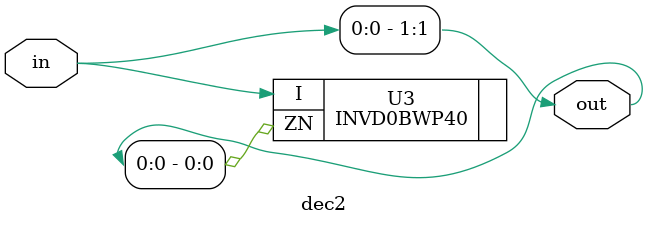
<source format=v>


module dec2 ( in, out );
  output [1:0] out;
  input in;
  wire   in;
  assign out[1] = in;

  INVD0BWP40 U3 ( .I(in), .ZN(out[0]) );
endmodule


</source>
